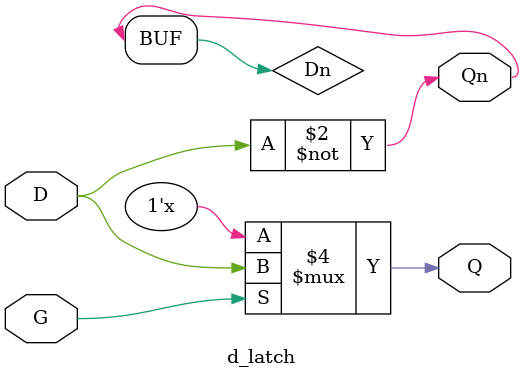
<source format=v>
`timescale 1ns / 1ps


//module d_latch(
//    input D,
//    input G,
//    output Q,
//    output Qn
//    );

////There is no set and reset but these are aribtrary intermediate signals to make code easier
////Since a D latch is a SR latch with timing the SR latch logic is still present
//wire S;
//wire R;

////don't need this but want to make intermediate signals clear
//wire D_inv;
//assign #1 D_not = ~D;

//assign #1 S = ~(D & G);
//assign #1 R = ~(G & D_inv);

//assign #1 Q = ~(S & Qn);
//assign #1 Qn = ~(R & Q); 

//// maybe something is wrong unable to get stable output of Q = 0. Memory functionality seems to not work
    
//endmodule


// the behavioral code seems to work for simulation but won't show delays

module d_latch (
    input  D,
    input  G,
    output reg Q,
    output reg Qn
);
    reg Dn;
//    assign Qn = ~Q;

    // Simulate inverter delay (example: 1ns - adjust to 1ms if needed)
    always @ (D) #1 Dn = ~D;

    // Simulate latch behavior with delay
    always @ (D, G) begin
        if (G)
            #2 Q <= D;  // Q follows D after delay
            #2 Qn <= Dn;
    end

endmodule

</source>
